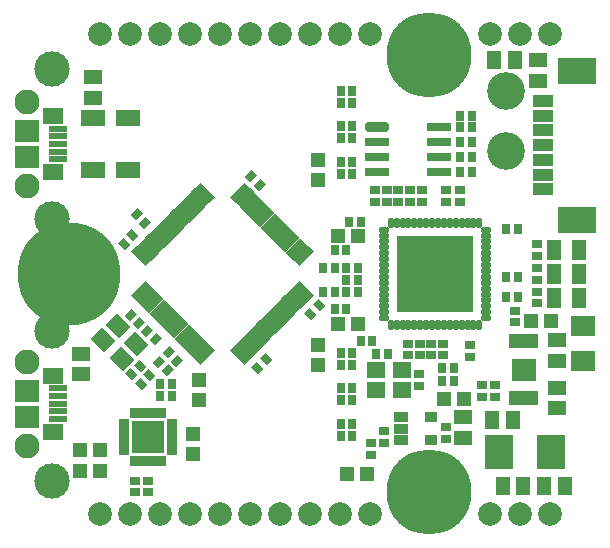
<source format=gts>
G04 Layer_Color=8388736*
%FSLAX44Y44*%
%MOMM*%
G71*
G01*
G75*
%ADD85R,1.6032X1.3032*%
%ADD86R,2.1032X1.4032*%
%ADD87R,1.6032X1.4032*%
G04:AMPARAMS|DCode=88|XSize=1.6032mm|YSize=1.4032mm|CornerRadius=0mm|HoleSize=0mm|Usage=FLASHONLY|Rotation=315.000|XOffset=0mm|YOffset=0mm|HoleType=Round|Shape=Rectangle|*
%AMROTATEDRECTD88*
4,1,4,-1.0629,0.0707,-0.0707,1.0629,1.0629,-0.0707,0.0707,-1.0629,-1.0629,0.0707,0.0*
%
%ADD88ROTATEDRECTD88*%

%ADD89R,1.1032X0.8932*%
%ADD90R,1.1932X0.8932*%
%ADD91R,0.5032X1.2032*%
%ADD92R,2.1032X1.9332*%
%ADD93R,0.8382X0.7032*%
%ADD94R,0.7032X0.8382*%
G04:AMPARAMS|DCode=95|XSize=0.8382mm|YSize=0.7032mm|CornerRadius=0mm|HoleSize=0mm|Usage=FLASHONLY|Rotation=45.000|XOffset=0mm|YOffset=0mm|HoleType=Round|Shape=Rectangle|*
%AMROTATEDRECTD95*
4,1,4,-0.0477,-0.5450,-0.5450,-0.0477,0.0477,0.5450,0.5450,0.0477,-0.0477,-0.5450,0.0*
%
%ADD95ROTATEDRECTD95*%

%ADD96R,1.3032X1.6032*%
%ADD97R,1.3032X1.2032*%
%ADD98R,1.2032X1.3032*%
G04:AMPARAMS|DCode=99|XSize=0.8382mm|YSize=0.7032mm|CornerRadius=0mm|HoleSize=0mm|Usage=FLASHONLY|Rotation=315.000|XOffset=0mm|YOffset=0mm|HoleType=Round|Shape=Rectangle|*
%AMROTATEDRECTD99*
4,1,4,-0.5450,0.0477,-0.0477,0.5450,0.5450,-0.0477,0.0477,-0.5450,-0.5450,0.0477,0.0*
%
%ADD99ROTATEDRECTD99*%

%ADD100R,2.1032X1.9532*%
%ADD101R,1.6032X0.6032*%
%ADD102R,1.6532X1.3532*%
%ADD103R,1.8032X1.0032*%
%ADD104R,3.2032X2.3032*%
%ADD105R,2.0032X0.8032*%
G04:AMPARAMS|DCode=106|XSize=0.8032mm|YSize=2.0032mm|CornerRadius=0.2516mm|HoleSize=0mm|Usage=FLASHONLY|Rotation=90.000|XOffset=0mm|YOffset=0mm|HoleType=Round|Shape=RoundedRectangle|*
%AMROUNDEDRECTD106*
21,1,0.8032,1.5000,0,0,90.0*
21,1,0.3000,2.0032,0,0,90.0*
1,1,0.5032,0.7500,0.1500*
1,1,0.5032,0.7500,-0.1500*
1,1,0.5032,-0.7500,-0.1500*
1,1,0.5032,-0.7500,0.1500*
%
%ADD106ROUNDEDRECTD106*%
%ADD107R,2.8032X2.8032*%
%ADD108R,0.9532X0.5032*%
%ADD109R,0.5032X0.9532*%
%ADD110R,6.4032X6.4032*%
G04:AMPARAMS|DCode=111|XSize=0.4832mm|YSize=0.8932mm|CornerRadius=0.1436mm|HoleSize=0mm|Usage=FLASHONLY|Rotation=90.000|XOffset=0mm|YOffset=0mm|HoleType=Round|Shape=RoundedRectangle|*
%AMROUNDEDRECTD111*
21,1,0.4832,0.6060,0,0,90.0*
21,1,0.1960,0.8932,0,0,90.0*
1,1,0.2872,0.3030,0.0980*
1,1,0.2872,0.3030,-0.0980*
1,1,0.2872,-0.3030,-0.0980*
1,1,0.2872,-0.3030,0.0980*
%
%ADD111ROUNDEDRECTD111*%
G04:AMPARAMS|DCode=112|XSize=0.4832mm|YSize=0.8432mm|CornerRadius=0.1436mm|HoleSize=0mm|Usage=FLASHONLY|Rotation=90.000|XOffset=0mm|YOffset=0mm|HoleType=Round|Shape=RoundedRectangle|*
%AMROUNDEDRECTD112*
21,1,0.4832,0.5560,0,0,90.0*
21,1,0.1960,0.8432,0,0,90.0*
1,1,0.2872,0.2780,0.0980*
1,1,0.2872,0.2780,-0.0980*
1,1,0.2872,-0.2780,-0.0980*
1,1,0.2872,-0.2780,0.0980*
%
%ADD112ROUNDEDRECTD112*%
G04:AMPARAMS|DCode=113|XSize=0.4832mm|YSize=0.8932mm|CornerRadius=0.1436mm|HoleSize=0mm|Usage=FLASHONLY|Rotation=0.000|XOffset=0mm|YOffset=0mm|HoleType=Round|Shape=RoundedRectangle|*
%AMROUNDEDRECTD113*
21,1,0.4832,0.6060,0,0,0.0*
21,1,0.1960,0.8932,0,0,0.0*
1,1,0.2872,0.0980,-0.3030*
1,1,0.2872,-0.0980,-0.3030*
1,1,0.2872,-0.0980,0.3030*
1,1,0.2872,0.0980,0.3030*
%
%ADD113ROUNDEDRECTD113*%
G04:AMPARAMS|DCode=114|XSize=0.4832mm|YSize=0.8432mm|CornerRadius=0.1436mm|HoleSize=0mm|Usage=FLASHONLY|Rotation=0.000|XOffset=0mm|YOffset=0mm|HoleType=Round|Shape=RoundedRectangle|*
%AMROUNDEDRECTD114*
21,1,0.4832,0.5560,0,0,0.0*
21,1,0.1960,0.8432,0,0,0.0*
1,1,0.2872,0.0980,-0.2780*
1,1,0.2872,-0.0980,-0.2780*
1,1,0.2872,-0.0980,0.2780*
1,1,0.2872,0.0980,0.2780*
%
%ADD114ROUNDEDRECTD114*%
G04:AMPARAMS|DCode=115|XSize=1.7032mm|YSize=0.4832mm|CornerRadius=0mm|HoleSize=0mm|Usage=FLASHONLY|Rotation=45.000|XOffset=0mm|YOffset=0mm|HoleType=Round|Shape=Rectangle|*
%AMROTATEDRECTD115*
4,1,4,-0.4313,-0.7730,-0.7730,-0.4313,0.4313,0.7730,0.7730,0.4313,-0.4313,-0.7730,0.0*
%
%ADD115ROTATEDRECTD115*%

G04:AMPARAMS|DCode=116|XSize=1.7032mm|YSize=0.6032mm|CornerRadius=0mm|HoleSize=0mm|Usage=FLASHONLY|Rotation=45.000|XOffset=0mm|YOffset=0mm|HoleType=Round|Shape=Rectangle|*
%AMROTATEDRECTD116*
4,1,4,-0.3889,-0.8154,-0.8154,-0.3889,0.3889,0.8154,0.8154,0.3889,-0.3889,-0.8154,0.0*
%
%ADD116ROTATEDRECTD116*%

G04:AMPARAMS|DCode=117|XSize=1.7032mm|YSize=0.4832mm|CornerRadius=0mm|HoleSize=0mm|Usage=FLASHONLY|Rotation=315.000|XOffset=0mm|YOffset=0mm|HoleType=Round|Shape=Rectangle|*
%AMROTATEDRECTD117*
4,1,4,-0.7730,0.4313,-0.4313,0.7730,0.7730,-0.4313,0.4313,-0.7730,-0.7730,0.4313,0.0*
%
%ADD117ROTATEDRECTD117*%

G04:AMPARAMS|DCode=118|XSize=1.7032mm|YSize=0.6032mm|CornerRadius=0mm|HoleSize=0mm|Usage=FLASHONLY|Rotation=315.000|XOffset=0mm|YOffset=0mm|HoleType=Round|Shape=Rectangle|*
%AMROTATEDRECTD118*
4,1,4,-0.8154,0.3889,-0.3889,0.8154,0.8154,-0.3889,0.3889,-0.8154,-0.8154,0.3889,0.0*
%
%ADD118ROTATEDRECTD118*%

%ADD119R,2.3622X2.9462*%
%ADD120R,2.0032X1.8032*%
%ADD121R,1.3032X1.7032*%
%ADD122C,2.1032*%
%ADD123C,3.0032*%
%ADD124C,3.2032*%
%ADD125C,2.0032*%
%ADD126C,8.7032*%
%ADD127C,7.2032*%
D85*
X70000Y149250D02*
D03*
Y166750D02*
D03*
X384000Y-138750D02*
D03*
Y-121250D02*
D03*
X60000Y-85000D02*
D03*
Y-67500D02*
D03*
X447000Y180750D02*
D03*
Y163250D02*
D03*
X463000Y-56250D02*
D03*
Y-73750D02*
D03*
Y-113750D02*
D03*
Y-96250D02*
D03*
D86*
X100000Y132000D02*
D03*
X100000Y88000D02*
D03*
X70000Y88000D02*
D03*
Y132000D02*
D03*
D87*
X309932Y-81452D02*
D03*
Y-98451D02*
D03*
X331931Y-81452D02*
D03*
Y-98451D02*
D03*
D88*
X94768Y-71789D02*
D03*
X106789Y-59768D02*
D03*
X79211Y-56232D02*
D03*
X91232Y-44211D02*
D03*
D89*
X356950Y-121500D02*
D03*
Y-140500D02*
D03*
D90*
X331050Y-121500D02*
D03*
Y-131000D02*
D03*
Y-140500D02*
D03*
D91*
X435000Y-105000D02*
D03*
X430000D02*
D03*
X425000D02*
D03*
X440000D02*
D03*
X445000D02*
D03*
Y-57000D02*
D03*
X440000D02*
D03*
X425000D02*
D03*
X430000D02*
D03*
X435000D02*
D03*
D92*
Y-81000D02*
D03*
D93*
X317000Y-133000D02*
D03*
Y-143000D02*
D03*
X306000Y-143000D02*
D03*
Y-153000D02*
D03*
X349000Y61000D02*
D03*
Y71000D02*
D03*
X339000D02*
D03*
Y61000D02*
D03*
X117000Y-175000D02*
D03*
Y-185000D02*
D03*
X309000Y71000D02*
D03*
Y61000D02*
D03*
X329000Y71000D02*
D03*
Y61000D02*
D03*
X411000Y-94000D02*
D03*
Y-104000D02*
D03*
X400000D02*
D03*
Y-94000D02*
D03*
X369000Y-130000D02*
D03*
Y-140000D02*
D03*
X367000Y-69000D02*
D03*
Y-59000D02*
D03*
X337000D02*
D03*
Y-69000D02*
D03*
X390000Y-60000D02*
D03*
Y-70000D02*
D03*
X346431Y-84952D02*
D03*
Y-94952D02*
D03*
X369000Y61000D02*
D03*
Y71000D02*
D03*
X381000Y61000D02*
D03*
Y71000D02*
D03*
X319000Y61000D02*
D03*
Y71000D02*
D03*
X347000Y-59000D02*
D03*
Y-69000D02*
D03*
X357000Y-59000D02*
D03*
Y-69000D02*
D03*
X106000Y-175000D02*
D03*
Y-185000D02*
D03*
X428000Y-41000D02*
D03*
Y-31000D02*
D03*
X446000Y25000D02*
D03*
Y15000D02*
D03*
Y5000D02*
D03*
Y-5000D02*
D03*
Y-15000D02*
D03*
Y-25000D02*
D03*
D94*
X391000Y112000D02*
D03*
X381000D02*
D03*
X376000Y-91000D02*
D03*
X366000D02*
D03*
X381000Y99031D02*
D03*
X391000D02*
D03*
X381000Y86031D02*
D03*
X391000D02*
D03*
X280000Y-77000D02*
D03*
X290000D02*
D03*
X280000Y-107000D02*
D03*
X290000D02*
D03*
X280000Y-127000D02*
D03*
X290000D02*
D03*
X280000Y-97000D02*
D03*
X290000D02*
D03*
X137000Y-103000D02*
D03*
X127000D02*
D03*
X285000Y-5000D02*
D03*
X295000D02*
D03*
X137000Y-93000D02*
D03*
X127000D02*
D03*
X280000Y145000D02*
D03*
X290000D02*
D03*
X280000Y115000D02*
D03*
X290000D02*
D03*
X280000Y95000D02*
D03*
X290000D02*
D03*
X280000Y125000D02*
D03*
X290000D02*
D03*
X265000Y-15000D02*
D03*
X275000D02*
D03*
X420000Y-19647D02*
D03*
X430000D02*
D03*
X420000Y38000D02*
D03*
X430000D02*
D03*
X320431Y-67952D02*
D03*
X310431D02*
D03*
X275000Y-30000D02*
D03*
X285000D02*
D03*
X265000Y5000D02*
D03*
X275000D02*
D03*
X275000Y20000D02*
D03*
X285000D02*
D03*
X297000Y-57000D02*
D03*
X307000D02*
D03*
X297000Y44000D02*
D03*
X287000D02*
D03*
X290000Y85000D02*
D03*
X280000D02*
D03*
X290000Y155000D02*
D03*
X280000D02*
D03*
X295000Y-15000D02*
D03*
X285000D02*
D03*
X295000Y5000D02*
D03*
X285000D02*
D03*
X420000Y-3000D02*
D03*
X430000D02*
D03*
X376000Y-80000D02*
D03*
X366000D02*
D03*
X381000Y134000D02*
D03*
X391000D02*
D03*
X290000Y-67000D02*
D03*
X280000D02*
D03*
X290000Y-137000D02*
D03*
X280000D02*
D03*
X381000Y124000D02*
D03*
X391000D02*
D03*
D95*
X107465Y50535D02*
D03*
X114536Y43464D02*
D03*
X204464Y82535D02*
D03*
X211535Y75465D02*
D03*
X109536Y-41536D02*
D03*
X102465Y-34464D02*
D03*
X116465Y-48464D02*
D03*
X123535Y-55535D02*
D03*
X133535Y-81536D02*
D03*
X126465Y-74465D02*
D03*
X141536Y-73535D02*
D03*
X134465Y-66465D02*
D03*
D96*
X408250Y-124000D02*
D03*
X425750D02*
D03*
X452250Y-180000D02*
D03*
X469750D02*
D03*
X434750D02*
D03*
X417250D02*
D03*
X427750Y181000D02*
D03*
X410250D02*
D03*
D97*
X458500Y-40000D02*
D03*
X441500D02*
D03*
X277500Y32000D02*
D03*
X294500D02*
D03*
X277500Y-42000D02*
D03*
X294500D02*
D03*
X285500Y-169000D02*
D03*
X302500D02*
D03*
X367500Y-106000D02*
D03*
X384500D02*
D03*
X76500Y-167000D02*
D03*
X59500D02*
D03*
X76500Y-149000D02*
D03*
X59500D02*
D03*
D98*
X261000Y-77500D02*
D03*
Y-60500D02*
D03*
Y96500D02*
D03*
Y79500D02*
D03*
X160000Y-106500D02*
D03*
Y-89500D02*
D03*
X155000Y-135500D02*
D03*
Y-152500D02*
D03*
D99*
X109879Y-77808D02*
D03*
X102808Y-84879D02*
D03*
X117879Y-85808D02*
D03*
X110808Y-92879D02*
D03*
X96465Y25464D02*
D03*
X103535Y32536D02*
D03*
X261535Y-26465D02*
D03*
X254464Y-33535D02*
D03*
X216535Y-72464D02*
D03*
X209464Y-79535D02*
D03*
D100*
X14500Y-121250D02*
D03*
Y-98750D02*
D03*
Y98750D02*
D03*
Y121250D02*
D03*
D101*
X41000Y-110000D02*
D03*
Y-103500D02*
D03*
Y-97000D02*
D03*
Y-116500D02*
D03*
Y-123000D02*
D03*
Y110000D02*
D03*
Y116500D02*
D03*
Y123000D02*
D03*
Y103500D02*
D03*
Y97000D02*
D03*
D102*
X36800Y-86500D02*
D03*
Y-133500D02*
D03*
Y133500D02*
D03*
Y86500D02*
D03*
D103*
X451000Y146500D02*
D03*
Y96500D02*
D03*
Y84000D02*
D03*
Y71500D02*
D03*
Y134000D02*
D03*
Y121500D02*
D03*
Y109000D02*
D03*
D104*
X480000Y172000D02*
D03*
Y46000D02*
D03*
D105*
X363000Y124050D02*
D03*
Y111350D02*
D03*
Y98650D02*
D03*
Y85950D02*
D03*
X311000D02*
D03*
Y98650D02*
D03*
Y111350D02*
D03*
D106*
Y124050D02*
D03*
D107*
X117000Y-138000D02*
D03*
D108*
X97000Y-135500D02*
D03*
Y-130500D02*
D03*
Y-125500D02*
D03*
Y-150500D02*
D03*
Y-145500D02*
D03*
Y-140500D02*
D03*
X137000D02*
D03*
Y-145500D02*
D03*
Y-150500D02*
D03*
Y-125500D02*
D03*
Y-130500D02*
D03*
Y-135500D02*
D03*
D109*
X119500Y-118000D02*
D03*
X124500D02*
D03*
X129500D02*
D03*
X104500D02*
D03*
X109500D02*
D03*
X114500D02*
D03*
X119500Y-158000D02*
D03*
X124500D02*
D03*
X129500D02*
D03*
X104500D02*
D03*
X109500D02*
D03*
X114500D02*
D03*
D110*
X360000Y0D02*
D03*
D111*
X316900Y2500D02*
D03*
Y7500D02*
D03*
Y12500D02*
D03*
Y17500D02*
D03*
Y22500D02*
D03*
Y27500D02*
D03*
Y32500D02*
D03*
Y-32500D02*
D03*
Y-27500D02*
D03*
Y-22500D02*
D03*
Y-17500D02*
D03*
Y-12500D02*
D03*
Y-7500D02*
D03*
Y-2500D02*
D03*
X403100Y2500D02*
D03*
Y7500D02*
D03*
Y12500D02*
D03*
Y17500D02*
D03*
Y22500D02*
D03*
Y27500D02*
D03*
Y32500D02*
D03*
Y-32500D02*
D03*
Y-27500D02*
D03*
Y-22500D02*
D03*
Y-17500D02*
D03*
Y-12500D02*
D03*
Y-7500D02*
D03*
Y-2500D02*
D03*
D112*
X316700Y37500D02*
D03*
Y-37500D02*
D03*
X403300Y37500D02*
D03*
Y-37500D02*
D03*
D113*
X362500Y-43100D02*
D03*
X367500D02*
D03*
X372500D02*
D03*
X377500D02*
D03*
X382500D02*
D03*
X387500D02*
D03*
X392500D02*
D03*
X327500D02*
D03*
X332500D02*
D03*
X337500D02*
D03*
X342500D02*
D03*
X347500D02*
D03*
X352500D02*
D03*
X357500D02*
D03*
Y43100D02*
D03*
X352500D02*
D03*
X347500D02*
D03*
X342500D02*
D03*
X337500D02*
D03*
X332500D02*
D03*
X327500D02*
D03*
X392500D02*
D03*
X387500D02*
D03*
X382500D02*
D03*
X377500D02*
D03*
X372500D02*
D03*
X367500D02*
D03*
X362500D02*
D03*
D114*
X397500Y-43300D02*
D03*
X322500D02*
D03*
Y43300D02*
D03*
X397500D02*
D03*
D115*
X219951Y43487D02*
D03*
X216416Y47023D02*
D03*
X212880Y50558D02*
D03*
X223487Y39952D02*
D03*
X227023Y36416D02*
D03*
X230558Y32880D02*
D03*
X209345Y54094D02*
D03*
X205809Y57629D02*
D03*
X202274Y61165D02*
D03*
X198738Y64700D02*
D03*
X234094Y29345D02*
D03*
X237629Y25809D02*
D03*
X241165Y22274D02*
D03*
X244700Y18738D02*
D03*
X140049Y-43487D02*
D03*
X143584Y-47023D02*
D03*
X147120Y-50558D02*
D03*
X136513Y-39952D02*
D03*
X132977Y-36416D02*
D03*
X129442Y-32880D02*
D03*
X150655Y-54094D02*
D03*
X154191Y-57629D02*
D03*
X157726Y-61165D02*
D03*
X161262Y-64700D02*
D03*
X125906Y-29345D02*
D03*
X122371Y-25809D02*
D03*
X118835Y-22274D02*
D03*
X115300Y-18738D02*
D03*
D116*
X194778Y68660D02*
D03*
X248660Y14778D02*
D03*
X165222Y-68660D02*
D03*
X111340Y-14778D02*
D03*
D117*
X223487Y-39952D02*
D03*
X227023Y-36416D02*
D03*
X230558Y-32880D02*
D03*
X219951Y-43487D02*
D03*
X216416Y-47023D02*
D03*
X212880Y-50558D02*
D03*
X234094Y-29345D02*
D03*
X237629Y-25809D02*
D03*
X241165Y-22274D02*
D03*
X244700Y-18738D02*
D03*
X209345Y-54094D02*
D03*
X205809Y-57629D02*
D03*
X202274Y-61165D02*
D03*
X198738Y-64700D02*
D03*
X161262Y64700D02*
D03*
X157726Y61165D02*
D03*
X154191Y57629D02*
D03*
X150655Y54094D02*
D03*
X115300Y18738D02*
D03*
X118835Y22274D02*
D03*
X122371Y25809D02*
D03*
X125906Y29345D02*
D03*
X147120Y50558D02*
D03*
X143584Y47023D02*
D03*
X140049Y43487D02*
D03*
X129442Y32880D02*
D03*
X132977Y36416D02*
D03*
X136513Y39952D02*
D03*
D118*
X248660Y-14778D02*
D03*
X194778Y-68660D02*
D03*
X165222Y68660D02*
D03*
X111340Y14778D02*
D03*
D119*
X413900Y-151000D02*
D03*
X458100D02*
D03*
D120*
X485000Y-74000D02*
D03*
Y-44000D02*
D03*
D121*
X460500Y20000D02*
D03*
X481500D02*
D03*
X460500Y0D02*
D03*
X481500D02*
D03*
X460500Y-20000D02*
D03*
X481500D02*
D03*
D122*
X14500Y-74250D02*
D03*
Y-145750D02*
D03*
Y145750D02*
D03*
Y74250D02*
D03*
D123*
X36100Y46500D02*
D03*
Y173500D02*
D03*
Y-175500D02*
D03*
Y-48500D02*
D03*
D124*
X420000Y155000D02*
D03*
Y104200D02*
D03*
D125*
X152400Y-203200D02*
D03*
X76200Y203200D02*
D03*
X254000Y-203200D02*
D03*
X304800Y203200D02*
D03*
X101600D02*
D03*
X228600D02*
D03*
X127000D02*
D03*
X152400D02*
D03*
X177800D02*
D03*
X203200D02*
D03*
X254000D02*
D03*
X279400D02*
D03*
X406400D02*
D03*
X431800D02*
D03*
X457200D02*
D03*
Y-203200D02*
D03*
X431800D02*
D03*
X406400D02*
D03*
X228600D02*
D03*
X203200D02*
D03*
X177800D02*
D03*
X127000D02*
D03*
X101600D02*
D03*
X76200D02*
D03*
X304800D02*
D03*
X279400D02*
D03*
D126*
X50000Y0D02*
D03*
D127*
X355000Y-185000D02*
D03*
Y185000D02*
D03*
M02*

</source>
